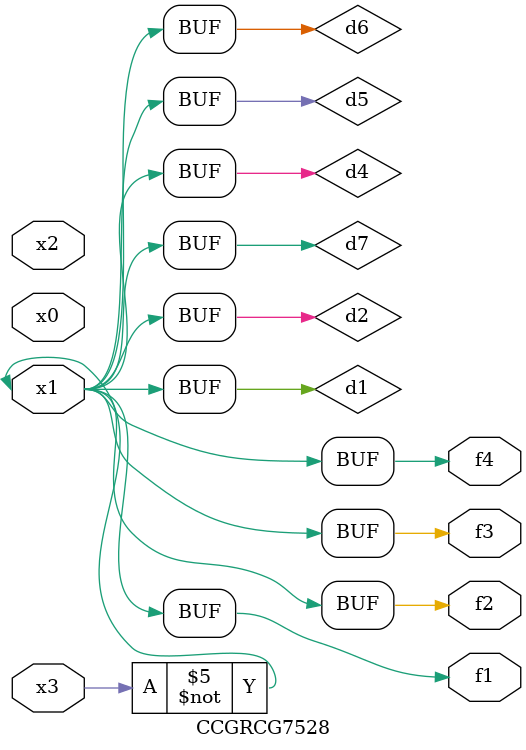
<source format=v>
module CCGRCG7528(
	input x0, x1, x2, x3,
	output f1, f2, f3, f4
);

	wire d1, d2, d3, d4, d5, d6, d7;

	not (d1, x3);
	buf (d2, x1);
	xnor (d3, d1, d2);
	nor (d4, d1);
	buf (d5, d1, d2);
	buf (d6, d4, d5);
	nand (d7, d4);
	assign f1 = d6;
	assign f2 = d7;
	assign f3 = d6;
	assign f4 = d6;
endmodule

</source>
